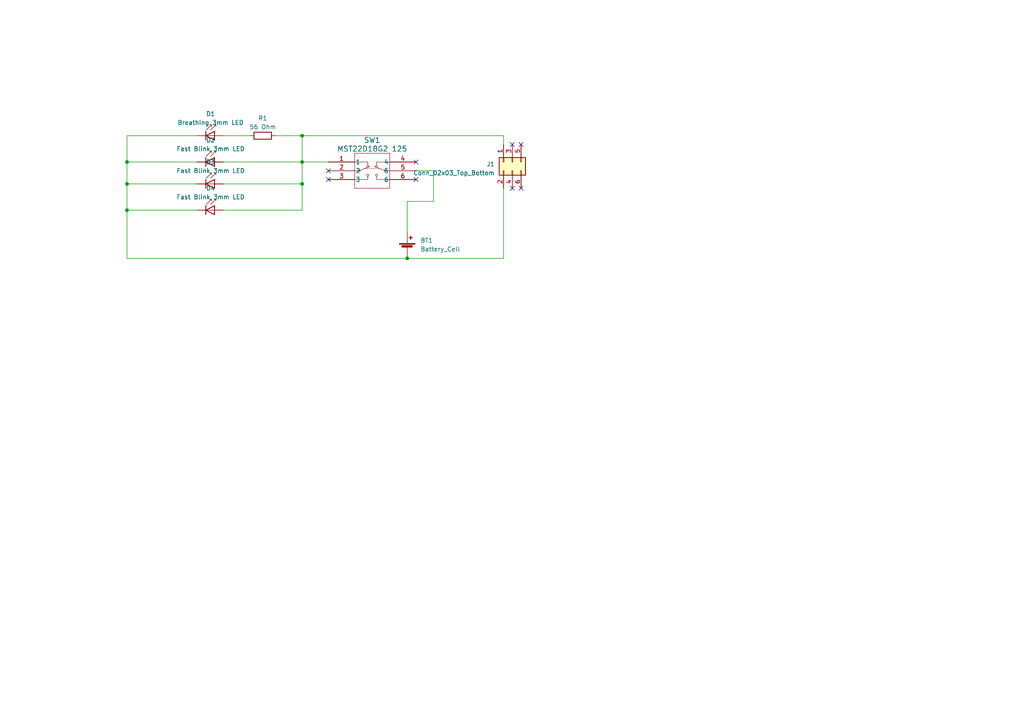
<source format=kicad_sch>
(kicad_sch (version 20230121) (generator eeschema)
  (paper "A4")
  (lib_symbols
    (symbol "Connector_Generic:Conn_02x03_Odd_Even" (pin_names (offset 1.016) hide)
      (property "Reference" "J" (at 1.27 5.08 0))
      (property "Value" "Conn_02x03_Odd_Even" (at 1.27 -5.08 0))
      (symbol "Conn_02x03_Odd_Even_1_1"
        (rectangle (start -1.27 -2.413) (end 0 -2.667) (stroke (width 0.1524)))
        (rectangle (start -1.27 0.127) (end 0 -0.127) (stroke (width 0.1524)))
        (rectangle (start -1.27 2.667) (end 0 2.413) (stroke (width 0.1524)))
        (rectangle (start -1.27 3.81) (end 3.81 -3.81) (stroke (width 0.254)) (fill (type background)))
        (rectangle (start 3.81 -2.413) (end 2.54 -2.667) (stroke (width 0.1524)))
        (rectangle (start 3.81 0.127) (end 2.54 -0.127) (stroke (width 0.1524)))
        (rectangle (start 3.81 2.667) (end 2.54 2.413) (stroke (width 0.1524)))
        (pin passive line (at -5.08 2.54 0) (length 3.81) (name "Pin_1") (number "1"))
        (pin passive line (at 7.62 2.54 180) (length 3.81) (name "Pin_2") (number "2"))
        (pin passive line (at -5.08 0 0) (length 3.81) (name "Pin_3") (number "3"))
        (pin passive line (at 7.62 0 180) (length 3.81) (name "Pin_4") (number "4"))
        (pin passive line (at -5.08 -2.54 0) (length 3.81) (name "Pin_5") (number "5"))
        (pin passive line (at 7.62 -2.54 180) (length 3.81) (name "Pin_6") (number "6"))
      )
    )
    (symbol "Device:Battery_Cell" (pin_numbers hide) (pin_names (offset 0) hide)
      (property "Reference" "BT" (at 2.54 2.54 0))
      (property "Value" "Battery_Cell" (at 2.54 0 0))
      (symbol "Battery_Cell_0_1"
        (rectangle (start -2.286 1.778) (end 2.286 1.524) (fill (type outline)))
        (rectangle (start -1.5748 1.1938) (end 1.4732 0.6858) (fill (type outline)))
        (polyline (pts (xy 0 0.762) (xy 0 0)))
        (polyline (pts (xy 0 1.778) (xy 0 2.54)))
        (polyline (pts (xy 0.508 3.429) (xy 1.524 3.429)) (stroke (width 0.254)))
        (polyline (pts (xy 1.016 3.937) (xy 1.016 2.921)) (stroke (width 0.254)))
      )
      (symbol "Battery_Cell_1_1"
        (pin passive line (at 0 5.08 270) (length 2.54) (name "+") (number "1"))
        (pin passive line (at 0 -2.54 90) (length 2.54) (name "-") (number "2"))
      )
    )
    (symbol "Device:R" (pin_numbers hide) (pin_names (offset 0))
      (property "Reference" "R" (at 2.032 0 90))
      (property "Value" "R" (at 0 0 90))
      (symbol "R_0_1"
        (rectangle (start -1.016 -2.54) (end 1.016 2.54) (stroke (width 0.254)))
      )
      (symbol "R_1_1"
        (pin passive line (at 0 3.81 270) (length 1.27) (name "~") (number "1"))
        (pin passive line (at 0 -3.81 90) (length 1.27) (name "~") (number "2"))
      )
    )
    (symbol "LED:Jose_3mm_Led" (pin_numbers hide) (pin_names (offset 1.016) hide)
      (property "Reference" "D" (at 0.508 1.778 0))
      (property "Value" "Jose_3mm_Led" (at -1.016 -2.794 0))
      (symbol "Jose_3mm_Led_0_1"
        (polyline (pts (xy -2.54 1.27) (xy -2.54 -1.27)) (stroke (width 0.254)))
        (polyline (pts (xy 0 0) (xy -2.54 0)))
        (polyline (pts (xy 0.381 3.175) (xy -0.127 3.175)))
        (polyline (pts (xy -1.143 1.651) (xy 0.381 3.175) (xy 0.381 2.667)))
        (polyline (pts (xy 0 1.27) (xy -2.54 0) (xy 0 -1.27) (xy 0 1.27)) (stroke (width 0.254)))
        (polyline (pts (xy -2.413 1.651) (xy -0.889 3.175) (xy -0.889 2.667) (xy -0.889 3.175) (xy -1.397 3.175)))
      )
      (symbol "Jose_3mm_Led_1_1"
        (pin passive line (at -5.08 0 0) (length 2.54) (name "K") (number "1"))
        (pin passive line (at 2.54 0 180) (length 2.54) (name "A") (number "2"))
      )
    )
    (symbol "power switch:MST22D18G2_125" (pin_names (offset 0.254))
      (property "Reference" "SW1" (at 12.7 6.35 0))
      (property "Value" "MST22D18G2 125" (at 12.7 3.81 0))
      (symbol "MST22D18G2_125_0_1"
        (polyline (pts (xy 7.62 -7.62) (xy 17.78 -7.62)) (stroke (width 0.127)))
        (polyline (pts (xy 7.62 -5.08) (xy 11.43 -5.08)) (stroke (width 0.127)))
        (polyline (pts (xy 7.62 -2.54) (xy 8.5725 -2.54)) (stroke (width 0.127)))
        (polyline (pts (xy 7.62 0) (xy 11.43 0)) (stroke (width 0.127)))
        (polyline (pts (xy 7.62 2.54) (xy 7.62 -7.62)) (stroke (width 0.127)))
        (polyline (pts (xy 8.89 -2.54) (xy 12.065 -1.27)) (stroke (width 0.127)))
        (polyline (pts (xy 10.4775 -1.905) (xy 10.795 -1.905)) (stroke (width 0.127)))
        (polyline (pts (xy 11.1125 -1.905) (xy 11.43 -1.905)) (stroke (width 0.127)))
        (polyline (pts (xy 11.43 -5.08) (xy 11.43 -4.1148)) (stroke (width 0.127)))
        (polyline (pts (xy 11.43 0) (xy 11.43 -0.9525)) (stroke (width 0.127)))
        (polyline (pts (xy 11.7475 -1.905) (xy 12.065 -1.905)) (stroke (width 0.127)))
        (polyline (pts (xy 12.3825 -1.905) (xy 12.7 -1.905)) (stroke (width 0.127)))
        (polyline (pts (xy 13.0175 -1.905) (xy 13.335 -1.905)) (stroke (width 0.127)))
        (polyline (pts (xy 13.6525 -1.905) (xy 13.97 -1.905)) (stroke (width 0.127)))
        (polyline (pts (xy 13.97 -5.08) (xy 13.97 -4.1148)) (stroke (width 0.127)))
        (polyline (pts (xy 13.97 0) (xy 13.97 -0.9525)) (stroke (width 0.127)))
        (polyline (pts (xy 14.2875 -1.905) (xy 14.605 -1.905)) (stroke (width 0.127)))
        (polyline (pts (xy 16.51 -2.54) (xy 13.335 -1.27)) (stroke (width 0.127)))
        (polyline (pts (xy 17.78 -7.62) (xy 17.78 2.54)) (stroke (width 0.127)))
        (polyline (pts (xy 17.78 -5.08) (xy 13.97 -5.08)) (stroke (width 0.127)))
        (polyline (pts (xy 17.78 -2.54) (xy 16.8275 -2.54)) (stroke (width 0.127)))
        (polyline (pts (xy 17.78 0) (xy 13.97 0)) (stroke (width 0.127)))
        (polyline (pts (xy 17.78 2.54) (xy 7.62 2.54)) (stroke (width 0.127)))
        (circle (center 8.89 -2.54) (radius 0.3048) (stroke (width 0.127)))
        (circle (center 11.43 -3.81) (radius 0.3048) (stroke (width 0.127)))
        (circle (center 11.43 -1.27) (radius 0.3048) (stroke (width 0.127)))
        (circle (center 13.97 -3.81) (radius 0.3048) (stroke (width 0.127)))
        (circle (center 13.97 -1.27) (radius 0.3048) (stroke (width 0.127)))
        (circle (center 16.51 -2.54) (radius 0.3048) (stroke (width 0.127)))
        (pin unspecified line (at 0 -2.54 0) (length 7.62) (name "2") (number "2"))
        (pin unspecified line (at 0 -5.08 0) (length 7.62) (name "3") (number "3"))
        (pin unspecified line (at 25.4 -5.08 180) (length 7.62) (name "6") (number "6"))
      )
      (symbol "MST22D18G2_125_1_1"
        (pin passive line (at 0 0 0) (length 7.62) (name "1") (number "1"))
        (pin passive line (at 25.4 0 180) (length 7.62) (name "4") (number "4"))
        (pin passive line (at 25.4 -2.54 180) (length 7.62) (name "5") (number "5"))
      )
    )
  )
  (junction (at 87.63 46.99))
  (junction (at 87.63 53.34))
  (junction (at 36.83 60.96))
  (junction (at 118.11 74.93))
  (junction (at 36.83 53.34))
  (junction (at 87.63 39.37))
  (junction (at 36.83 46.99))
  (no_connect (at 120.65 46.99))
  (no_connect (at 95.25 52.07))
  (no_connect (at 151.13 41.91))
  (no_connect (at 95.25 49.53))
  (no_connect (at 148.59 54.61))
  (no_connect (at 120.65 52.07))
  (no_connect (at 148.59 41.91))
  (no_connect (at 151.13 54.61))
  (wire (pts (xy 118.11 67.31) (xy 118.11 58.42)))
  (wire (pts (xy 64.77 46.99) (xy 87.63 46.99)))
  (wire (pts (xy 36.83 53.34) (xy 36.83 60.96)))
  (wire (pts (xy 36.83 74.93) (xy 118.11 74.93)))
  (wire (pts (xy 64.77 39.37) (xy 72.39 39.37)))
  (wire (pts (xy 80.01 39.37) (xy 87.63 39.37)))
  (wire (pts (xy 146.05 54.61) (xy 146.05 74.93)))
  (wire (pts (xy 146.05 74.93) (xy 118.11 74.93)))
  (wire (pts (xy 36.83 60.96) (xy 36.83 74.93)))
  (wire (pts (xy 87.63 39.37) (xy 87.63 46.99)))
  (wire (pts (xy 36.83 46.99) (xy 57.15 46.99)))
  (wire (pts (xy 118.11 58.42) (xy 125.73 58.42)))
  (wire (pts (xy 64.77 53.34) (xy 87.63 53.34)))
  (wire (pts (xy 57.15 53.34) (xy 36.83 53.34)))
  (wire (pts (xy 146.05 39.37) (xy 146.05 41.91)))
  (wire (pts (xy 87.63 46.99) (xy 87.63 53.34)))
  (wire (pts (xy 125.73 49.53) (xy 120.65 49.53)))
  (wire (pts (xy 87.63 46.99) (xy 95.25 46.99)))
  (wire (pts (xy 36.83 46.99) (xy 36.83 53.34)))
  (wire (pts (xy 64.77 60.96) (xy 87.63 60.96)))
  (wire (pts (xy 57.15 39.37) (xy 36.83 39.37)))
  (wire (pts (xy 36.83 39.37) (xy 36.83 46.99)))
  (wire (pts (xy 146.05 39.37) (xy 87.63 39.37)))
  (wire (pts (xy 36.83 60.96) (xy 57.15 60.96)))
  (wire (pts (xy 87.63 53.34) (xy 87.63 60.96)))
  (wire (pts (xy 125.73 58.42) (xy 125.73 49.53)))
  (symbol (lib_id "power switch:MST22D18G2_125") (at 95.25 46.99 0) (unit 1)
    (property "Reference" "SW1" (at 107.95 40.64 0) (effects (font (size 1.524 1.524))))
    (property "Value" "MST22D18G2 125" (at 107.95 43.18 0) (effects (font (size 1.524 1.524))))
    (property "Footprint" "Power Switch:SOIC6_SW6_MST22D18G2_SHN" (effects hide))
    (property "Datasheet" "MST22D18G2 125" (effects hide))
  )
  (symbol (lib_id "Connector_Generic:Conn_02x03_Odd_Even") (at 148.59 46.99 90) (mirror x) (unit 1)
    (property "Reference" "J1" (at 143.51 47.625 90) (effects (justify left)))
    (property "Value" "Conn_02x03_Top_Bottom" (at 143.51 50.165 90) (effects (justify left)))
    (property "Footprint" "Connector_PinSocket_2.54mm:PinSocket_2x03_P2.54mm_Vertical" (effects hide))
  )
  (symbol (lib_id "Device:Battery_Cell") (at 118.11 72.39 0) (unit 1)
    (property "Reference" "BT1" (at 121.92 69.723 0) (effects (justify left)))
    (property "Value" "Battery_Cell" (at 121.92 72.263 0) (effects (justify left)))
    (property "Footprint" "Battery:BatteryHolder_Keystone_3002_1x2032" (effects hide))
  )
  (symbol (lib_id "LED:Jose_3mm_Led") (at 62.23 53.34 0) (unit 1)
    (property "Reference" "D3" (at 61.087 46.99 0))
    (property "Value" "Fast Blink 3mm LED" (at 61.087 49.53 0))
    (property "Footprint" "LED_THT:LED_D3.0mm_IRBlack" (effects hide))
    (property "Datasheet" "https://lighthouseleds.com/media/catalog/product/cache/a1e66f88be54a1b99b35cb868d9982e1/3/m/3mm_round_top_led_dimensions.jpg" (effects hide))
  )
  (symbol (lib_id "LED:Jose_3mm_Led") (at 62.23 60.96 0) (unit 1)
    (property "Reference" "D4" (at 61.087 54.61 0))
    (property "Value" "Fast Blink 3mm LED" (at 61.087 57.15 0))
    (property "Footprint" "LED_THT:LED_D3.0mm_IRBlack" (effects hide))
    (property "Datasheet" "https://lighthouseleds.com/media/catalog/product/cache/a1e66f88be54a1b99b35cb868d9982e1/3/m/3mm_round_top_led_dimensions.jpg" (effects hide))
  )
  (symbol (lib_id "LED:Jose_3mm_Led") (at 62.23 46.99 0) (unit 1)
    (property "Reference" "D2" (at 61.087 40.64 0))
    (property "Value" "Fast Blink 3mm LED" (at 61.087 43.18 0))
    (property "Footprint" "LED_THT:LED_D3.0mm_IRBlack" (effects hide))
    (property "Datasheet" "https://lighthouseleds.com/media/catalog/product/cache/a1e66f88be54a1b99b35cb868d9982e1/3/m/3mm_round_top_led_dimensions.jpg" (effects hide))
  )
  (symbol (lib_id "Device:R") (at 76.2 39.37 90) (unit 1)
    (property "Reference" "R1" (at 76.2 34.29 90))
    (property "Value" "56 Ohm" (at 76.2 36.83 90))
    (property "Footprint" "Resistor_THT:R_Axial_DIN0207_L6.3mm_D2.5mm_P10.16mm_Horizontal" (effects hide))
  )
  (symbol (lib_id "LED:Jose_3mm_Led") (at 62.23 39.37 0) (unit 1)
    (property "Reference" "D1" (at 61.087 33.02 0))
    (property "Value" "Breathing 3mm LED" (at 61.087 35.56 0))
    (property "Footprint" "LED_THT:LED_D3.0mm_IRBlack" (effects hide))
    (property "Datasheet" "https://lighthouseleds.com/media/catalog/product/cache/a1e66f88be54a1b99b35cb868d9982e1/3/m/3mm_round_top_led_dimensions.jpg" (effects hide))
  )
)
</source>
